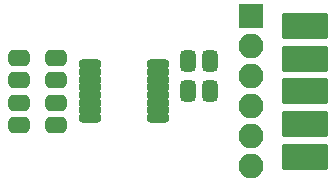
<source format=gts>
%TF.GenerationSoftware,KiCad,Pcbnew,7.0.2-0*%
%TF.CreationDate,2023-11-06T23:03:35-08:00*%
%TF.ProjectId,uart-friend-232,75617274-2d66-4726-9965-6e642d323332,rev?*%
%TF.SameCoordinates,PX9765530PY6521e48*%
%TF.FileFunction,Soldermask,Top*%
%TF.FilePolarity,Negative*%
%FSLAX46Y46*%
G04 Gerber Fmt 4.6, Leading zero omitted, Abs format (unit mm)*
G04 Created by KiCad (PCBNEW 7.0.2-0) date 2023-11-06 23:03:35*
%MOMM*%
%LPD*%
G01*
G04 APERTURE LIST*
G04 Aperture macros list*
%AMRoundRect*
0 Rectangle with rounded corners*
0 $1 Rounding radius*
0 $2 $3 $4 $5 $6 $7 $8 $9 X,Y pos of 4 corners*
0 Add a 4 corners polygon primitive as box body*
4,1,4,$2,$3,$4,$5,$6,$7,$8,$9,$2,$3,0*
0 Add four circle primitives for the rounded corners*
1,1,$1+$1,$2,$3*
1,1,$1+$1,$4,$5*
1,1,$1+$1,$6,$7*
1,1,$1+$1,$8,$9*
0 Add four rect primitives between the rounded corners*
20,1,$1+$1,$2,$3,$4,$5,0*
20,1,$1+$1,$4,$5,$6,$7,0*
20,1,$1+$1,$6,$7,$8,$9,0*
20,1,$1+$1,$8,$9,$2,$3,0*%
G04 Aperture macros list end*
%ADD10O,2.100000X2.100000*%
%ADD11RoundRect,0.200000X-0.850000X-0.850000X0.850000X-0.850000X0.850000X0.850000X-0.850000X0.850000X0*%
%ADD12RoundRect,0.300000X-0.637500X-0.100000X0.637500X-0.100000X0.637500X0.100000X-0.637500X0.100000X0*%
%ADD13RoundRect,0.200000X1.740000X-0.923333X1.740000X0.923333X-1.740000X0.923333X-1.740000X-0.923333X0*%
%ADD14RoundRect,0.450000X-0.250000X-0.475000X0.250000X-0.475000X0.250000X0.475000X-0.250000X0.475000X0*%
%ADD15RoundRect,0.450000X0.475000X-0.250000X0.475000X0.250000X-0.475000X0.250000X-0.475000X-0.250000X0*%
%ADD16RoundRect,0.450000X-0.475000X0.250000X-0.475000X-0.250000X0.475000X-0.250000X0.475000X0.250000X0*%
G04 APERTURE END LIST*
D10*
%TO.C,J2*%
X29210000Y1905000D03*
X29210000Y4445000D03*
X29210000Y6985000D03*
X29210000Y9525000D03*
X29210000Y12065000D03*
D11*
X29210000Y14605000D03*
%TD*%
D12*
%TO.C,U2*%
X15552500Y10530000D03*
X15552500Y9880000D03*
X15552500Y9230000D03*
X15552500Y8580000D03*
X15552500Y7930000D03*
X15552500Y7280000D03*
X15552500Y6630000D03*
X15552500Y5980000D03*
X21277500Y5980000D03*
X21277500Y6630000D03*
X21277500Y7280000D03*
X21277500Y7930000D03*
X21277500Y8580000D03*
X21277500Y9230000D03*
X21277500Y9880000D03*
X21277500Y10530000D03*
%TD*%
D13*
%TO.C,J1*%
X33785000Y13795000D03*
X33785000Y11025000D03*
X33785000Y8255000D03*
X33785000Y5485000D03*
X33785000Y2715000D03*
%TD*%
D14*
%TO.C,C6*%
X23815000Y10795000D03*
X25715000Y10795000D03*
%TD*%
%TO.C,C5*%
X23815000Y8255000D03*
X25715000Y8255000D03*
%TD*%
D15*
%TO.C,C4*%
X9525000Y5400000D03*
X9525000Y7300000D03*
%TD*%
%TO.C,C3*%
X12700000Y9210000D03*
X12700000Y11110000D03*
%TD*%
D16*
%TO.C,C2*%
X12700000Y7300000D03*
X12700000Y5400000D03*
%TD*%
%TO.C,C1*%
X9525000Y11110000D03*
X9525000Y9210000D03*
%TD*%
M02*

</source>
